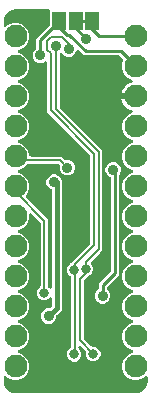
<source format=gbr>
G04 EAGLE Gerber RS-274X export*
G75*
%MOMM*%
%FSLAX34Y34*%
%LPD*%
%INBottom Copper*%
%IPPOS*%
%AMOC8*
5,1,8,0,0,1.08239X$1,22.5*%
G01*
%ADD10C,1.930400*%
%ADD11R,1.168400X1.600200*%
%ADD12C,0.889000*%
%ADD13C,0.254000*%
%ADD14C,0.800100*%
%ADD15C,0.203200*%
%ADD16C,0.406400*%

G36*
X114320Y2543D02*
X114320Y2543D01*
X114424Y2547D01*
X116159Y2718D01*
X116262Y2741D01*
X116368Y2756D01*
X116448Y2783D01*
X116469Y2788D01*
X116483Y2795D01*
X116520Y2808D01*
X119725Y4136D01*
X119733Y4140D01*
X119742Y4143D01*
X119872Y4219D01*
X120001Y4293D01*
X120008Y4300D01*
X120016Y4304D01*
X120137Y4411D01*
X122589Y6863D01*
X122595Y6871D01*
X122602Y6877D01*
X122692Y6996D01*
X122784Y7115D01*
X122788Y7123D01*
X122793Y7131D01*
X122864Y7275D01*
X124192Y10480D01*
X124220Y10582D01*
X124256Y10682D01*
X124270Y10766D01*
X124276Y10787D01*
X124276Y10803D01*
X124282Y10841D01*
X124453Y12576D01*
X124453Y12595D01*
X124453Y12596D01*
X124456Y12614D01*
X124455Y12633D01*
X124459Y12700D01*
X124459Y15970D01*
X124442Y16108D01*
X124429Y16247D01*
X124422Y16266D01*
X124419Y16286D01*
X124368Y16415D01*
X124321Y16546D01*
X124310Y16563D01*
X124302Y16582D01*
X124221Y16694D01*
X124143Y16809D01*
X124127Y16822D01*
X124116Y16839D01*
X124008Y16928D01*
X123904Y17020D01*
X123886Y17029D01*
X123871Y17042D01*
X123745Y17101D01*
X123621Y17164D01*
X123601Y17169D01*
X123583Y17177D01*
X123446Y17203D01*
X123311Y17234D01*
X123290Y17233D01*
X123271Y17237D01*
X123132Y17228D01*
X122993Y17224D01*
X122973Y17219D01*
X122953Y17217D01*
X122821Y17175D01*
X122687Y17136D01*
X122670Y17125D01*
X122651Y17119D01*
X122533Y17045D01*
X122413Y16974D01*
X122392Y16956D01*
X122382Y16949D01*
X122368Y16934D01*
X122293Y16868D01*
X120919Y15494D01*
X116624Y13715D01*
X111976Y13715D01*
X107681Y15494D01*
X104394Y18781D01*
X102615Y23076D01*
X102615Y27724D01*
X104394Y32019D01*
X107681Y35306D01*
X111596Y36927D01*
X111651Y36959D01*
X111672Y36967D01*
X111696Y36985D01*
X111717Y36996D01*
X111840Y37061D01*
X111855Y37075D01*
X111872Y37085D01*
X111972Y37182D01*
X112075Y37275D01*
X112086Y37292D01*
X112101Y37306D01*
X112173Y37425D01*
X112250Y37541D01*
X112256Y37560D01*
X112267Y37577D01*
X112308Y37710D01*
X112353Y37842D01*
X112354Y37862D01*
X112360Y37881D01*
X112367Y38020D01*
X112378Y38159D01*
X112375Y38179D01*
X112376Y38199D01*
X112347Y38335D01*
X112324Y38472D01*
X112315Y38491D01*
X112311Y38510D01*
X112250Y38636D01*
X112193Y38762D01*
X112180Y38778D01*
X112172Y38796D01*
X112081Y38902D01*
X111994Y39010D01*
X111978Y39023D01*
X111965Y39038D01*
X111851Y39118D01*
X111740Y39202D01*
X111715Y39214D01*
X111705Y39221D01*
X111686Y39228D01*
X111596Y39273D01*
X107681Y40894D01*
X104394Y44181D01*
X102615Y48476D01*
X102615Y53124D01*
X104394Y57419D01*
X107681Y60706D01*
X111596Y62327D01*
X111717Y62396D01*
X111840Y62461D01*
X111855Y62475D01*
X111872Y62485D01*
X111972Y62582D01*
X112075Y62675D01*
X112086Y62692D01*
X112101Y62706D01*
X112173Y62825D01*
X112250Y62941D01*
X112256Y62960D01*
X112267Y62977D01*
X112308Y63110D01*
X112353Y63242D01*
X112354Y63262D01*
X112360Y63281D01*
X112367Y63420D01*
X112378Y63559D01*
X112375Y63579D01*
X112376Y63599D01*
X112347Y63735D01*
X112324Y63872D01*
X112315Y63891D01*
X112311Y63910D01*
X112250Y64036D01*
X112193Y64162D01*
X112180Y64178D01*
X112172Y64196D01*
X112081Y64302D01*
X111994Y64410D01*
X111978Y64423D01*
X111965Y64438D01*
X111851Y64518D01*
X111740Y64602D01*
X111715Y64614D01*
X111705Y64621D01*
X111686Y64628D01*
X111596Y64673D01*
X107681Y66294D01*
X104394Y69581D01*
X102615Y73876D01*
X102615Y78524D01*
X104394Y82819D01*
X107681Y86106D01*
X111596Y87727D01*
X111717Y87796D01*
X111840Y87861D01*
X111855Y87875D01*
X111872Y87885D01*
X111972Y87982D01*
X112075Y88075D01*
X112086Y88092D01*
X112101Y88106D01*
X112173Y88224D01*
X112250Y88341D01*
X112256Y88360D01*
X112267Y88377D01*
X112308Y88510D01*
X112353Y88642D01*
X112354Y88662D01*
X112360Y88681D01*
X112367Y88820D01*
X112378Y88959D01*
X112375Y88979D01*
X112376Y88999D01*
X112347Y89135D01*
X112324Y89272D01*
X112315Y89291D01*
X112311Y89310D01*
X112250Y89436D01*
X112193Y89562D01*
X112180Y89578D01*
X112172Y89596D01*
X112081Y89702D01*
X111994Y89810D01*
X111978Y89823D01*
X111965Y89838D01*
X111851Y89918D01*
X111740Y90002D01*
X111715Y90014D01*
X111705Y90021D01*
X111686Y90028D01*
X111596Y90073D01*
X107681Y91694D01*
X104394Y94981D01*
X102615Y99276D01*
X102615Y103924D01*
X104394Y108219D01*
X107681Y111506D01*
X111596Y113127D01*
X111717Y113196D01*
X111840Y113261D01*
X111855Y113275D01*
X111872Y113285D01*
X111972Y113382D01*
X112075Y113475D01*
X112086Y113492D01*
X112101Y113506D01*
X112173Y113625D01*
X112250Y113741D01*
X112256Y113760D01*
X112267Y113777D01*
X112308Y113910D01*
X112353Y114042D01*
X112354Y114062D01*
X112360Y114081D01*
X112367Y114220D01*
X112378Y114359D01*
X112375Y114379D01*
X112376Y114399D01*
X112347Y114535D01*
X112324Y114672D01*
X112315Y114691D01*
X112311Y114710D01*
X112250Y114836D01*
X112193Y114962D01*
X112180Y114978D01*
X112172Y114996D01*
X112081Y115102D01*
X111994Y115210D01*
X111978Y115223D01*
X111965Y115238D01*
X111851Y115318D01*
X111740Y115402D01*
X111715Y115414D01*
X111705Y115421D01*
X111686Y115428D01*
X111596Y115473D01*
X107681Y117094D01*
X104394Y120381D01*
X102615Y124676D01*
X102615Y129324D01*
X104394Y133619D01*
X107681Y136906D01*
X111596Y138527D01*
X111717Y138596D01*
X111840Y138661D01*
X111855Y138675D01*
X111872Y138685D01*
X111972Y138782D01*
X112075Y138875D01*
X112086Y138892D01*
X112101Y138906D01*
X112173Y139025D01*
X112250Y139141D01*
X112256Y139160D01*
X112267Y139177D01*
X112308Y139310D01*
X112353Y139442D01*
X112354Y139462D01*
X112360Y139481D01*
X112367Y139620D01*
X112378Y139759D01*
X112375Y139779D01*
X112376Y139799D01*
X112347Y139935D01*
X112324Y140072D01*
X112315Y140091D01*
X112311Y140110D01*
X112250Y140236D01*
X112193Y140362D01*
X112180Y140378D01*
X112172Y140396D01*
X112081Y140502D01*
X111994Y140610D01*
X111978Y140623D01*
X111965Y140638D01*
X111851Y140718D01*
X111740Y140802D01*
X111715Y140814D01*
X111705Y140821D01*
X111686Y140828D01*
X111596Y140873D01*
X107681Y142494D01*
X104394Y145781D01*
X102615Y150076D01*
X102615Y154724D01*
X104394Y159019D01*
X107681Y162306D01*
X111596Y163927D01*
X111717Y163996D01*
X111840Y164061D01*
X111855Y164075D01*
X111872Y164085D01*
X111972Y164182D01*
X112075Y164275D01*
X112086Y164292D01*
X112101Y164306D01*
X112173Y164425D01*
X112250Y164541D01*
X112256Y164560D01*
X112267Y164577D01*
X112308Y164710D01*
X112353Y164842D01*
X112354Y164862D01*
X112360Y164881D01*
X112367Y165020D01*
X112378Y165159D01*
X112375Y165179D01*
X112376Y165199D01*
X112347Y165335D01*
X112324Y165472D01*
X112315Y165491D01*
X112311Y165510D01*
X112250Y165636D01*
X112193Y165762D01*
X112180Y165778D01*
X112172Y165796D01*
X112081Y165902D01*
X111994Y166010D01*
X111978Y166023D01*
X111965Y166038D01*
X111851Y166118D01*
X111740Y166202D01*
X111715Y166214D01*
X111705Y166221D01*
X111686Y166228D01*
X111596Y166273D01*
X107681Y167894D01*
X104394Y171181D01*
X102615Y175476D01*
X102615Y180124D01*
X104394Y184419D01*
X107681Y187706D01*
X111596Y189327D01*
X111717Y189396D01*
X111840Y189461D01*
X111855Y189475D01*
X111872Y189485D01*
X111972Y189582D01*
X112075Y189675D01*
X112086Y189692D01*
X112101Y189706D01*
X112173Y189825D01*
X112250Y189941D01*
X112256Y189960D01*
X112267Y189977D01*
X112308Y190110D01*
X112353Y190242D01*
X112354Y190262D01*
X112360Y190281D01*
X112367Y190420D01*
X112378Y190559D01*
X112375Y190579D01*
X112376Y190599D01*
X112347Y190735D01*
X112324Y190872D01*
X112315Y190891D01*
X112311Y190910D01*
X112250Y191036D01*
X112193Y191162D01*
X112180Y191178D01*
X112172Y191196D01*
X112081Y191302D01*
X111994Y191410D01*
X111978Y191423D01*
X111965Y191438D01*
X111851Y191518D01*
X111740Y191602D01*
X111715Y191614D01*
X111705Y191621D01*
X111686Y191628D01*
X111596Y191673D01*
X107681Y193294D01*
X104394Y196581D01*
X102615Y200876D01*
X102615Y205524D01*
X104394Y209819D01*
X107681Y213106D01*
X111596Y214727D01*
X111717Y214796D01*
X111840Y214861D01*
X111855Y214875D01*
X111872Y214885D01*
X111972Y214982D01*
X112075Y215075D01*
X112086Y215092D01*
X112101Y215106D01*
X112173Y215225D01*
X112250Y215341D01*
X112256Y215360D01*
X112267Y215377D01*
X112308Y215510D01*
X112353Y215642D01*
X112354Y215662D01*
X112360Y215681D01*
X112367Y215820D01*
X112378Y215959D01*
X112375Y215979D01*
X112376Y215999D01*
X112347Y216135D01*
X112324Y216272D01*
X112315Y216291D01*
X112311Y216310D01*
X112250Y216436D01*
X112193Y216562D01*
X112180Y216578D01*
X112172Y216596D01*
X112081Y216702D01*
X111994Y216810D01*
X111978Y216823D01*
X111965Y216838D01*
X111851Y216918D01*
X111740Y217002D01*
X111715Y217014D01*
X111705Y217021D01*
X111686Y217028D01*
X111596Y217073D01*
X107681Y218694D01*
X104394Y221981D01*
X102615Y226276D01*
X102615Y230924D01*
X104394Y235219D01*
X107681Y238506D01*
X111030Y239893D01*
X111056Y239908D01*
X111084Y239917D01*
X111194Y239986D01*
X111306Y240050D01*
X111328Y240071D01*
X111353Y240087D01*
X111442Y240182D01*
X111535Y240272D01*
X111550Y240297D01*
X111571Y240319D01*
X111633Y240433D01*
X111701Y240543D01*
X111710Y240571D01*
X111724Y240598D01*
X111756Y240723D01*
X111794Y240847D01*
X111796Y240877D01*
X111803Y240906D01*
X111803Y241035D01*
X111810Y241164D01*
X111804Y241194D01*
X111804Y241224D01*
X111771Y241349D01*
X111745Y241476D01*
X111732Y241503D01*
X111725Y241532D01*
X111663Y241645D01*
X111606Y241762D01*
X111586Y241784D01*
X111572Y241811D01*
X111483Y241905D01*
X111399Y242004D01*
X111375Y242021D01*
X111354Y242043D01*
X111245Y242112D01*
X111139Y242187D01*
X111111Y242197D01*
X111086Y242213D01*
X110936Y242273D01*
X109620Y242701D01*
X107910Y243572D01*
X106357Y244700D01*
X105000Y246057D01*
X103872Y247610D01*
X103001Y249320D01*
X102407Y251145D01*
X102351Y251501D01*
X113070Y251501D01*
X113188Y251516D01*
X113307Y251523D01*
X113345Y251535D01*
X113385Y251541D01*
X113496Y251584D01*
X113609Y251621D01*
X113643Y251643D01*
X113681Y251658D01*
X113777Y251727D01*
X113878Y251791D01*
X113906Y251821D01*
X113938Y251844D01*
X114014Y251936D01*
X114096Y252023D01*
X114115Y252058D01*
X114141Y252089D01*
X114192Y252197D01*
X114249Y252301D01*
X114259Y252341D01*
X114277Y252377D01*
X114299Y252494D01*
X114329Y252609D01*
X114333Y252669D01*
X114336Y252689D01*
X114335Y252710D01*
X114339Y252770D01*
X114339Y255230D01*
X114324Y255348D01*
X114317Y255467D01*
X114304Y255505D01*
X114299Y255546D01*
X114255Y255656D01*
X114219Y255769D01*
X114197Y255804D01*
X114182Y255841D01*
X114112Y255937D01*
X114049Y256038D01*
X114019Y256066D01*
X113995Y256099D01*
X113904Y256175D01*
X113817Y256256D01*
X113782Y256276D01*
X113750Y256301D01*
X113643Y256352D01*
X113538Y256410D01*
X113499Y256420D01*
X113463Y256437D01*
X113346Y256459D01*
X113230Y256489D01*
X113170Y256493D01*
X113150Y256497D01*
X113130Y256495D01*
X113070Y256499D01*
X102351Y256499D01*
X102407Y256855D01*
X103001Y258680D01*
X103872Y260390D01*
X105000Y261943D01*
X106357Y263300D01*
X107910Y264428D01*
X109620Y265299D01*
X110936Y265727D01*
X110963Y265740D01*
X110992Y265747D01*
X111107Y265808D01*
X111224Y265863D01*
X111247Y265882D01*
X111274Y265896D01*
X111370Y265983D01*
X111469Y266065D01*
X111487Y266090D01*
X111509Y266110D01*
X111580Y266218D01*
X111656Y266323D01*
X111667Y266350D01*
X111684Y266375D01*
X111726Y266498D01*
X111773Y266618D01*
X111777Y266648D01*
X111787Y266676D01*
X111797Y266805D01*
X111813Y266934D01*
X111810Y266963D01*
X111812Y266993D01*
X111790Y267121D01*
X111774Y267249D01*
X111763Y267277D01*
X111758Y267306D01*
X111705Y267425D01*
X111657Y267545D01*
X111639Y267569D01*
X111627Y267596D01*
X111546Y267698D01*
X111470Y267802D01*
X111447Y267821D01*
X111429Y267845D01*
X111325Y267923D01*
X111225Y268005D01*
X111198Y268018D01*
X111174Y268036D01*
X111030Y268107D01*
X107681Y269494D01*
X104394Y272781D01*
X102615Y277076D01*
X102615Y281724D01*
X103664Y284257D01*
X103672Y284285D01*
X103686Y284312D01*
X103714Y284438D01*
X103748Y284564D01*
X103749Y284593D01*
X103755Y284622D01*
X103751Y284752D01*
X103753Y284882D01*
X103746Y284910D01*
X103746Y284940D01*
X103709Y285064D01*
X103679Y285191D01*
X103665Y285217D01*
X103657Y285245D01*
X103591Y285357D01*
X103530Y285472D01*
X103511Y285494D01*
X103496Y285519D01*
X103389Y285640D01*
X100604Y288426D01*
X100525Y288486D01*
X100453Y288554D01*
X100400Y288583D01*
X100352Y288620D01*
X100261Y288660D01*
X100175Y288708D01*
X100116Y288723D01*
X100061Y288747D01*
X99963Y288762D01*
X99867Y288787D01*
X99767Y288793D01*
X99746Y288797D01*
X99734Y288795D01*
X99706Y288797D01*
X71022Y288797D01*
X68716Y291104D01*
X66528Y293292D01*
X66488Y293322D01*
X66455Y293359D01*
X66363Y293419D01*
X66276Y293487D01*
X66231Y293506D01*
X66189Y293534D01*
X66085Y293569D01*
X65984Y293613D01*
X65935Y293621D01*
X65888Y293637D01*
X65779Y293646D01*
X65670Y293663D01*
X65621Y293658D01*
X65571Y293662D01*
X65463Y293643D01*
X65354Y293633D01*
X65307Y293616D01*
X65258Y293608D01*
X65158Y293563D01*
X65054Y293525D01*
X65013Y293497D01*
X64968Y293477D01*
X64882Y293409D01*
X64791Y293347D01*
X64758Y293310D01*
X64720Y293279D01*
X64654Y293191D01*
X64581Y293108D01*
X64558Y293064D01*
X64528Y293024D01*
X64457Y292880D01*
X63404Y290336D01*
X61581Y288513D01*
X59201Y287527D01*
X56623Y287527D01*
X54243Y288513D01*
X52368Y290388D01*
X52323Y290466D01*
X52275Y290517D01*
X52234Y290573D01*
X52164Y290630D01*
X52102Y290695D01*
X52042Y290731D01*
X51989Y290776D01*
X51907Y290814D01*
X51831Y290861D01*
X51764Y290882D01*
X51701Y290912D01*
X51613Y290928D01*
X51527Y290955D01*
X51457Y290958D01*
X51388Y290971D01*
X51299Y290966D01*
X51209Y290970D01*
X51141Y290956D01*
X51071Y290952D01*
X50986Y290924D01*
X50898Y290906D01*
X50835Y290875D01*
X50769Y290854D01*
X50693Y290806D01*
X50612Y290766D01*
X50559Y290721D01*
X50500Y290683D01*
X50438Y290618D01*
X50370Y290560D01*
X50330Y290503D01*
X50282Y290452D01*
X50239Y290373D01*
X50187Y290300D01*
X50162Y290235D01*
X50128Y290173D01*
X50106Y290086D01*
X50074Y290003D01*
X50066Y289933D01*
X50049Y289865D01*
X50039Y289705D01*
X50039Y244994D01*
X50051Y244895D01*
X50054Y244796D01*
X50071Y244738D01*
X50079Y244678D01*
X50115Y244586D01*
X50143Y244491D01*
X50173Y244439D01*
X50196Y244382D01*
X50254Y244302D01*
X50304Y244217D01*
X50370Y244142D01*
X50382Y244125D01*
X50392Y244117D01*
X50410Y244096D01*
X86234Y208273D01*
X86234Y123613D01*
X84076Y121456D01*
X76662Y114042D01*
X76589Y113947D01*
X76510Y113858D01*
X76492Y113822D01*
X76467Y113790D01*
X76420Y113681D01*
X76366Y113575D01*
X76357Y113536D01*
X76341Y113498D01*
X76322Y113381D01*
X76296Y113265D01*
X76297Y113224D01*
X76291Y113184D01*
X76302Y113066D01*
X76306Y112947D01*
X76317Y112908D01*
X76321Y112868D01*
X76361Y112756D01*
X76394Y112641D01*
X76414Y112606D01*
X76428Y112568D01*
X76495Y112470D01*
X76556Y112367D01*
X76595Y112322D01*
X76607Y112305D01*
X76622Y112292D01*
X76662Y112247D01*
X77632Y111276D01*
X78551Y109059D01*
X78551Y106659D01*
X77632Y104441D01*
X75935Y102744D01*
X75094Y102395D01*
X75086Y102391D01*
X75077Y102388D01*
X74947Y102312D01*
X74817Y102238D01*
X74811Y102231D01*
X74803Y102227D01*
X74682Y102120D01*
X70730Y98169D01*
X70670Y98091D01*
X70602Y98019D01*
X70573Y97966D01*
X70536Y97918D01*
X70496Y97827D01*
X70448Y97740D01*
X70433Y97681D01*
X70409Y97626D01*
X70394Y97528D01*
X70369Y97432D01*
X70363Y97332D01*
X70359Y97312D01*
X70361Y97299D01*
X70359Y97271D01*
X70359Y49287D01*
X70371Y49188D01*
X70374Y49089D01*
X70391Y49031D01*
X70399Y48971D01*
X70435Y48879D01*
X70463Y48784D01*
X70493Y48732D01*
X70516Y48675D01*
X70574Y48595D01*
X70624Y48510D01*
X70690Y48435D01*
X70702Y48418D01*
X70712Y48410D01*
X70730Y48389D01*
X76520Y42600D01*
X76598Y42539D01*
X76670Y42471D01*
X76723Y42442D01*
X76771Y42405D01*
X76862Y42366D01*
X76948Y42318D01*
X77007Y42303D01*
X77063Y42279D01*
X77161Y42263D01*
X77256Y42238D01*
X77356Y42232D01*
X77377Y42229D01*
X77389Y42230D01*
X77417Y42228D01*
X79813Y42228D01*
X82031Y41310D01*
X83728Y39613D01*
X84646Y37395D01*
X84646Y34995D01*
X83728Y32777D01*
X82031Y31080D01*
X79813Y30162D01*
X77413Y30162D01*
X75195Y31080D01*
X73498Y32777D01*
X72580Y34995D01*
X72580Y37391D01*
X72567Y37489D01*
X72564Y37588D01*
X72548Y37646D01*
X72540Y37706D01*
X72503Y37799D01*
X72476Y37894D01*
X72445Y37946D01*
X72423Y38002D01*
X72365Y38082D01*
X72314Y38168D01*
X72248Y38243D01*
X72236Y38259D01*
X72227Y38267D01*
X72208Y38288D01*
X68080Y42416D01*
X67971Y42501D01*
X67864Y42590D01*
X67845Y42598D01*
X67829Y42611D01*
X67701Y42666D01*
X67576Y42725D01*
X67556Y42729D01*
X67537Y42737D01*
X67399Y42759D01*
X67263Y42785D01*
X67243Y42784D01*
X67223Y42787D01*
X67084Y42774D01*
X66946Y42765D01*
X66927Y42759D01*
X66907Y42757D01*
X66775Y42710D01*
X66644Y42667D01*
X66626Y42657D01*
X66607Y42650D01*
X66492Y42572D01*
X66375Y42497D01*
X66361Y42482D01*
X66344Y42471D01*
X66252Y42367D01*
X66157Y42266D01*
X66147Y42248D01*
X66134Y42233D01*
X66070Y42109D01*
X66003Y41987D01*
X65998Y41968D01*
X65989Y41949D01*
X65959Y41814D01*
X65924Y41679D01*
X65922Y41651D01*
X65919Y41639D01*
X65920Y41619D01*
X65914Y41518D01*
X65914Y40934D01*
X65926Y40836D01*
X65929Y40737D01*
X65946Y40679D01*
X65954Y40619D01*
X65990Y40527D01*
X66018Y40432D01*
X66048Y40379D01*
X66071Y40323D01*
X66129Y40243D01*
X66179Y40158D01*
X66245Y40082D01*
X66257Y40066D01*
X66267Y40058D01*
X66285Y40037D01*
X67345Y38978D01*
X68263Y36760D01*
X68263Y34360D01*
X67345Y32142D01*
X65648Y30445D01*
X63430Y29527D01*
X61030Y29527D01*
X58812Y30445D01*
X57115Y32142D01*
X56197Y34360D01*
X56197Y36760D01*
X57115Y38978D01*
X58812Y40675D01*
X59033Y40766D01*
X59058Y40781D01*
X59086Y40790D01*
X59196Y40859D01*
X59309Y40924D01*
X59330Y40944D01*
X59355Y40960D01*
X59444Y41055D01*
X59537Y41145D01*
X59553Y41170D01*
X59573Y41191D01*
X59636Y41305D01*
X59704Y41416D01*
X59712Y41444D01*
X59727Y41470D01*
X59759Y41596D01*
X59797Y41720D01*
X59799Y41749D01*
X59806Y41778D01*
X59816Y41939D01*
X59816Y100936D01*
X59813Y100966D01*
X59815Y100995D01*
X59793Y101123D01*
X59776Y101252D01*
X59766Y101279D01*
X59761Y101308D01*
X59707Y101427D01*
X59659Y101548D01*
X59642Y101571D01*
X59630Y101598D01*
X59549Y101700D01*
X59473Y101805D01*
X59450Y101824D01*
X59431Y101847D01*
X59328Y101925D01*
X59228Y102008D01*
X59201Y102020D01*
X59177Y102038D01*
X59033Y102109D01*
X58812Y102200D01*
X57115Y103897D01*
X56197Y106115D01*
X56197Y108515D01*
X57115Y110733D01*
X58812Y112430D01*
X59097Y112547D01*
X59122Y112562D01*
X59150Y112571D01*
X59260Y112641D01*
X59373Y112705D01*
X59394Y112726D01*
X59419Y112741D01*
X59508Y112836D01*
X59601Y112926D01*
X59617Y112951D01*
X59637Y112973D01*
X59700Y113087D01*
X59768Y113197D01*
X59768Y113199D01*
X75701Y129131D01*
X75761Y129210D01*
X75829Y129282D01*
X75858Y129335D01*
X75895Y129383D01*
X75935Y129474D01*
X75983Y129560D01*
X75998Y129619D01*
X76022Y129675D01*
X76037Y129772D01*
X76062Y129868D01*
X76068Y129968D01*
X76072Y129989D01*
X76070Y130001D01*
X76072Y130029D01*
X76072Y203538D01*
X76060Y203636D01*
X76057Y203735D01*
X76040Y203793D01*
X76032Y203854D01*
X75996Y203946D01*
X75968Y204041D01*
X75938Y204093D01*
X75915Y204149D01*
X75857Y204229D01*
X75807Y204315D01*
X75741Y204390D01*
X75729Y204407D01*
X75719Y204414D01*
X75701Y204436D01*
X39242Y240894D01*
X39242Y282287D01*
X39225Y282425D01*
X39212Y282564D01*
X39205Y282583D01*
X39202Y282603D01*
X39151Y282732D01*
X39104Y282863D01*
X39093Y282880D01*
X39085Y282898D01*
X39004Y283011D01*
X38925Y283126D01*
X38910Y283139D01*
X38899Y283156D01*
X38791Y283245D01*
X38687Y283337D01*
X38669Y283346D01*
X38654Y283359D01*
X38528Y283418D01*
X38404Y283481D01*
X38384Y283486D01*
X38366Y283494D01*
X38230Y283520D01*
X38093Y283551D01*
X38073Y283550D01*
X38054Y283554D01*
X37915Y283545D01*
X37775Y283541D01*
X37756Y283535D01*
X37736Y283534D01*
X37604Y283491D01*
X37470Y283452D01*
X37453Y283442D01*
X37434Y283436D01*
X37316Y283362D01*
X37308Y283357D01*
X34824Y282328D01*
X32247Y282328D01*
X29866Y283314D01*
X28044Y285136D01*
X27058Y287517D01*
X27058Y290094D01*
X28044Y292475D01*
X29861Y294292D01*
X29922Y294370D01*
X29990Y294443D01*
X30019Y294496D01*
X30056Y294543D01*
X30096Y294634D01*
X30143Y294721D01*
X30158Y294780D01*
X30183Y294835D01*
X30198Y294933D01*
X30223Y295029D01*
X30229Y295129D01*
X30232Y295149D01*
X30231Y295162D01*
X30233Y295190D01*
X30233Y302874D01*
X41284Y313924D01*
X41344Y314003D01*
X41412Y314075D01*
X41441Y314128D01*
X41478Y314176D01*
X41518Y314267D01*
X41566Y314353D01*
X41581Y314412D01*
X41605Y314467D01*
X41620Y314565D01*
X41645Y314661D01*
X41651Y314761D01*
X41655Y314782D01*
X41653Y314794D01*
X41655Y314822D01*
X41655Y326390D01*
X41640Y326508D01*
X41633Y326627D01*
X41620Y326665D01*
X41615Y326706D01*
X41572Y326816D01*
X41535Y326929D01*
X41513Y326964D01*
X41498Y327001D01*
X41429Y327097D01*
X41365Y327198D01*
X41335Y327226D01*
X41312Y327259D01*
X41220Y327335D01*
X41133Y327416D01*
X41098Y327436D01*
X41067Y327461D01*
X40959Y327512D01*
X40855Y327570D01*
X40815Y327580D01*
X40779Y327597D01*
X40662Y327619D01*
X40547Y327649D01*
X40487Y327653D01*
X40467Y327657D01*
X40446Y327655D01*
X40386Y327659D01*
X12700Y327659D01*
X12680Y327657D01*
X12576Y327653D01*
X10841Y327482D01*
X10738Y327459D01*
X10632Y327444D01*
X10552Y327417D01*
X10531Y327412D01*
X10517Y327405D01*
X10480Y327392D01*
X7275Y326064D01*
X7267Y326060D01*
X7258Y326057D01*
X7128Y325981D01*
X6999Y325907D01*
X6992Y325900D01*
X6984Y325896D01*
X6863Y325789D01*
X4411Y323337D01*
X4405Y323329D01*
X4398Y323323D01*
X4308Y323204D01*
X4216Y323085D01*
X4212Y323077D01*
X4207Y323069D01*
X4136Y322925D01*
X2808Y319720D01*
X2780Y319618D01*
X2744Y319518D01*
X2730Y319434D01*
X2724Y319413D01*
X2724Y319397D01*
X2718Y319359D01*
X2547Y317624D01*
X2547Y317605D01*
X2541Y317500D01*
X2541Y314230D01*
X2558Y314092D01*
X2571Y313953D01*
X2578Y313934D01*
X2581Y313914D01*
X2632Y313785D01*
X2679Y313654D01*
X2690Y313637D01*
X2698Y313618D01*
X2779Y313506D01*
X2857Y313391D01*
X2873Y313378D01*
X2884Y313361D01*
X2992Y313272D01*
X3096Y313180D01*
X3114Y313171D01*
X3129Y313158D01*
X3255Y313099D01*
X3379Y313036D01*
X3399Y313031D01*
X3417Y313023D01*
X3554Y312997D01*
X3689Y312966D01*
X3710Y312967D01*
X3729Y312963D01*
X3868Y312972D01*
X4007Y312976D01*
X4027Y312981D01*
X4047Y312983D01*
X4179Y313025D01*
X4313Y313064D01*
X4330Y313075D01*
X4349Y313081D01*
X4467Y313155D01*
X4587Y313226D01*
X4608Y313244D01*
X4618Y313251D01*
X4632Y313266D01*
X4707Y313332D01*
X6081Y314706D01*
X10376Y316485D01*
X15024Y316485D01*
X19319Y314706D01*
X22606Y311419D01*
X24385Y307124D01*
X24385Y302476D01*
X22606Y298181D01*
X19319Y294894D01*
X15404Y293273D01*
X15284Y293204D01*
X15161Y293139D01*
X15146Y293125D01*
X15128Y293115D01*
X15028Y293018D01*
X14925Y292925D01*
X14914Y292908D01*
X14900Y292894D01*
X14827Y292776D01*
X14750Y292659D01*
X14744Y292640D01*
X14733Y292623D01*
X14692Y292490D01*
X14647Y292358D01*
X14646Y292338D01*
X14640Y292319D01*
X14633Y292180D01*
X14622Y292041D01*
X14625Y292021D01*
X14625Y292001D01*
X14653Y291865D01*
X14676Y291728D01*
X14685Y291710D01*
X14689Y291690D01*
X14750Y291564D01*
X14807Y291438D01*
X14820Y291422D01*
X14829Y291404D01*
X14919Y291298D01*
X15006Y291190D01*
X15022Y291177D01*
X15035Y291162D01*
X15149Y291082D01*
X15260Y290998D01*
X15285Y290986D01*
X15295Y290979D01*
X15314Y290972D01*
X15404Y290927D01*
X19319Y289306D01*
X22606Y286019D01*
X24385Y281724D01*
X24385Y277076D01*
X22606Y272781D01*
X19319Y269494D01*
X15404Y267873D01*
X15284Y267804D01*
X15161Y267739D01*
X15146Y267725D01*
X15128Y267715D01*
X15028Y267618D01*
X14925Y267525D01*
X14914Y267508D01*
X14900Y267494D01*
X14827Y267376D01*
X14750Y267259D01*
X14744Y267240D01*
X14733Y267223D01*
X14692Y267090D01*
X14647Y266958D01*
X14646Y266938D01*
X14640Y266919D01*
X14633Y266780D01*
X14622Y266641D01*
X14625Y266621D01*
X14625Y266601D01*
X14653Y266465D01*
X14676Y266328D01*
X14685Y266310D01*
X14689Y266290D01*
X14750Y266164D01*
X14807Y266038D01*
X14820Y266022D01*
X14829Y266004D01*
X14919Y265898D01*
X15006Y265790D01*
X15022Y265777D01*
X15035Y265762D01*
X15149Y265682D01*
X15260Y265598D01*
X15285Y265586D01*
X15295Y265579D01*
X15314Y265572D01*
X15404Y265527D01*
X19319Y263906D01*
X22606Y260619D01*
X24385Y256324D01*
X24385Y251676D01*
X22606Y247381D01*
X19319Y244094D01*
X15404Y242473D01*
X15284Y242404D01*
X15161Y242339D01*
X15146Y242325D01*
X15128Y242315D01*
X15028Y242218D01*
X14925Y242125D01*
X14914Y242108D01*
X14900Y242094D01*
X14827Y241976D01*
X14750Y241859D01*
X14744Y241840D01*
X14733Y241823D01*
X14692Y241690D01*
X14647Y241558D01*
X14646Y241538D01*
X14640Y241519D01*
X14633Y241380D01*
X14622Y241241D01*
X14625Y241221D01*
X14625Y241201D01*
X14653Y241065D01*
X14676Y240928D01*
X14685Y240910D01*
X14689Y240890D01*
X14750Y240764D01*
X14807Y240638D01*
X14820Y240622D01*
X14829Y240604D01*
X14919Y240498D01*
X15006Y240390D01*
X15022Y240377D01*
X15035Y240362D01*
X15149Y240282D01*
X15260Y240198D01*
X15285Y240186D01*
X15295Y240179D01*
X15314Y240172D01*
X15404Y240127D01*
X19319Y238506D01*
X22606Y235219D01*
X24385Y230924D01*
X24385Y226276D01*
X22606Y221981D01*
X19319Y218694D01*
X15404Y217073D01*
X15284Y217004D01*
X15161Y216939D01*
X15146Y216925D01*
X15128Y216915D01*
X15028Y216818D01*
X14925Y216725D01*
X14914Y216708D01*
X14900Y216694D01*
X14827Y216576D01*
X14750Y216459D01*
X14744Y216440D01*
X14733Y216423D01*
X14692Y216290D01*
X14647Y216158D01*
X14646Y216138D01*
X14640Y216119D01*
X14633Y215980D01*
X14622Y215841D01*
X14625Y215821D01*
X14625Y215801D01*
X14653Y215665D01*
X14676Y215528D01*
X14685Y215510D01*
X14689Y215490D01*
X14750Y215364D01*
X14807Y215238D01*
X14820Y215222D01*
X14829Y215204D01*
X14919Y215098D01*
X15006Y214990D01*
X15022Y214977D01*
X15035Y214962D01*
X15149Y214882D01*
X15260Y214798D01*
X15285Y214786D01*
X15295Y214779D01*
X15314Y214772D01*
X15404Y214727D01*
X19319Y213106D01*
X22606Y209819D01*
X24385Y205524D01*
X24385Y204343D01*
X24400Y204225D01*
X24407Y204106D01*
X24420Y204068D01*
X24425Y204027D01*
X24468Y203917D01*
X24505Y203804D01*
X24527Y203769D01*
X24542Y203732D01*
X24611Y203636D01*
X24675Y203535D01*
X24705Y203507D01*
X24728Y203474D01*
X24820Y203398D01*
X24907Y203317D01*
X24942Y203297D01*
X24973Y203272D01*
X25081Y203221D01*
X25185Y203163D01*
X25225Y203153D01*
X25261Y203136D01*
X25378Y203114D01*
X25493Y203084D01*
X25553Y203080D01*
X25573Y203076D01*
X25594Y203078D01*
X25654Y203074D01*
X51428Y203074D01*
X53585Y200916D01*
X54006Y200495D01*
X54030Y200477D01*
X54049Y200454D01*
X54155Y200380D01*
X54257Y200300D01*
X54285Y200289D01*
X54309Y200271D01*
X54430Y200226D01*
X54549Y200174D01*
X54579Y200169D01*
X54607Y200159D01*
X54735Y200145D01*
X54863Y200124D01*
X54893Y200127D01*
X54923Y200124D01*
X55051Y200142D01*
X55166Y200153D01*
X57804Y200153D01*
X60184Y199167D01*
X62007Y197344D01*
X62993Y194964D01*
X62993Y192386D01*
X62007Y190006D01*
X60184Y188183D01*
X57804Y187197D01*
X55226Y187197D01*
X52846Y188183D01*
X51023Y190006D01*
X50037Y192386D01*
X50037Y195047D01*
X50054Y195107D01*
X50054Y195137D01*
X50061Y195166D01*
X50057Y195295D01*
X50059Y195425D01*
X50052Y195454D01*
X50051Y195484D01*
X50015Y195608D01*
X49985Y195734D01*
X49971Y195760D01*
X49963Y195789D01*
X49897Y195901D01*
X49836Y196015D01*
X49816Y196037D01*
X49801Y196063D01*
X49695Y196184D01*
X49274Y196605D01*
X49196Y196665D01*
X49124Y196733D01*
X49070Y196762D01*
X49023Y196799D01*
X48932Y196839D01*
X48845Y196887D01*
X48786Y196902D01*
X48731Y196926D01*
X48633Y196941D01*
X48537Y196966D01*
X48437Y196972D01*
X48417Y196976D01*
X48404Y196974D01*
X48376Y196976D01*
X23527Y196976D01*
X23429Y196964D01*
X23330Y196961D01*
X23271Y196944D01*
X23211Y196936D01*
X23119Y196900D01*
X23024Y196872D01*
X22972Y196842D01*
X22916Y196819D01*
X22835Y196761D01*
X22750Y196711D01*
X22675Y196645D01*
X22658Y196633D01*
X22650Y196623D01*
X22629Y196605D01*
X19319Y193294D01*
X15404Y191673D01*
X15283Y191604D01*
X15160Y191539D01*
X15145Y191525D01*
X15128Y191515D01*
X15028Y191418D01*
X14925Y191325D01*
X14914Y191308D01*
X14899Y191294D01*
X14827Y191175D01*
X14750Y191059D01*
X14744Y191040D01*
X14733Y191023D01*
X14692Y190890D01*
X14647Y190758D01*
X14646Y190738D01*
X14640Y190719D01*
X14633Y190580D01*
X14622Y190441D01*
X14625Y190421D01*
X14624Y190401D01*
X14653Y190265D01*
X14676Y190128D01*
X14685Y190109D01*
X14689Y190090D01*
X14750Y189964D01*
X14807Y189838D01*
X14820Y189822D01*
X14828Y189804D01*
X14919Y189698D01*
X15006Y189590D01*
X15022Y189577D01*
X15035Y189562D01*
X15149Y189482D01*
X15260Y189398D01*
X15285Y189386D01*
X15295Y189379D01*
X15314Y189372D01*
X15404Y189327D01*
X19319Y187706D01*
X22606Y184419D01*
X24385Y180124D01*
X24385Y175476D01*
X22606Y171181D01*
X21476Y170051D01*
X21403Y169957D01*
X21324Y169868D01*
X21305Y169832D01*
X21281Y169800D01*
X21233Y169690D01*
X21179Y169584D01*
X21170Y169545D01*
X21154Y169508D01*
X21136Y169390D01*
X21110Y169274D01*
X21111Y169234D01*
X21104Y169194D01*
X21116Y169075D01*
X21119Y168956D01*
X21131Y168917D01*
X21134Y168877D01*
X21175Y168765D01*
X21208Y168651D01*
X21228Y168616D01*
X21242Y168578D01*
X21309Y168479D01*
X21369Y168377D01*
X21409Y168331D01*
X21420Y168315D01*
X21436Y168301D01*
X21476Y168256D01*
X39879Y149853D01*
X39879Y93639D01*
X39891Y93541D01*
X39894Y93442D01*
X39911Y93384D01*
X39919Y93324D01*
X39955Y93232D01*
X39983Y93137D01*
X40013Y93084D01*
X40036Y93028D01*
X40094Y92948D01*
X40144Y92863D01*
X40210Y92787D01*
X40222Y92771D01*
X40232Y92763D01*
X40250Y92742D01*
X41394Y91599D01*
X41503Y91514D01*
X41610Y91425D01*
X41629Y91416D01*
X41645Y91404D01*
X41772Y91349D01*
X41898Y91289D01*
X41918Y91286D01*
X41937Y91277D01*
X42075Y91256D01*
X42211Y91230D01*
X42231Y91231D01*
X42251Y91228D01*
X42390Y91241D01*
X42528Y91249D01*
X42547Y91256D01*
X42567Y91257D01*
X42699Y91305D01*
X42830Y91347D01*
X42848Y91358D01*
X42867Y91365D01*
X42981Y91443D01*
X43099Y91517D01*
X43113Y91532D01*
X43130Y91544D01*
X43222Y91648D01*
X43317Y91749D01*
X43327Y91767D01*
X43340Y91782D01*
X43403Y91906D01*
X43471Y92028D01*
X43476Y92047D01*
X43485Y92065D01*
X43515Y92201D01*
X43550Y92336D01*
X43552Y92364D01*
X43555Y92376D01*
X43554Y92396D01*
X43560Y92496D01*
X43560Y174346D01*
X43557Y174375D01*
X43559Y174405D01*
X43537Y174532D01*
X43520Y174661D01*
X43510Y174689D01*
X43505Y174718D01*
X43451Y174837D01*
X43403Y174957D01*
X43386Y174981D01*
X43374Y175008D01*
X43293Y175110D01*
X43217Y175214D01*
X43194Y175233D01*
X43175Y175256D01*
X43072Y175334D01*
X42972Y175417D01*
X42945Y175430D01*
X42921Y175448D01*
X42777Y175518D01*
X41635Y175991D01*
X39813Y177814D01*
X38827Y180194D01*
X38827Y182772D01*
X39813Y185152D01*
X41635Y186975D01*
X44016Y187961D01*
X46593Y187961D01*
X48974Y186975D01*
X50796Y185152D01*
X51471Y183522D01*
X51476Y183514D01*
X51478Y183505D01*
X51554Y183376D01*
X51629Y183246D01*
X51635Y183239D01*
X51640Y183231D01*
X51699Y183164D01*
X51711Y183079D01*
X51730Y182931D01*
X51733Y182923D01*
X51734Y182913D01*
X51782Y182774D01*
X51782Y180193D01*
X51779Y180188D01*
X51742Y180044D01*
X51702Y179898D01*
X51702Y179889D01*
X51700Y179880D01*
X51690Y179719D01*
X51690Y73246D01*
X47489Y69046D01*
X47429Y68968D01*
X47361Y68896D01*
X47332Y68843D01*
X47295Y68795D01*
X47255Y68704D01*
X47207Y68617D01*
X47192Y68559D01*
X47168Y68503D01*
X47153Y68405D01*
X47128Y68309D01*
X47122Y68209D01*
X47118Y68189D01*
X47120Y68177D01*
X47118Y68149D01*
X47118Y66656D01*
X46132Y64276D01*
X44309Y62453D01*
X41929Y61467D01*
X39351Y61467D01*
X36971Y62453D01*
X35148Y64276D01*
X34162Y66656D01*
X34162Y69234D01*
X35148Y71614D01*
X36971Y73437D01*
X39351Y74423D01*
X40844Y74423D01*
X40942Y74435D01*
X41041Y74438D01*
X41099Y74455D01*
X41159Y74463D01*
X41251Y74499D01*
X41346Y74527D01*
X41398Y74557D01*
X41455Y74580D01*
X41535Y74638D01*
X41620Y74688D01*
X41696Y74754D01*
X41712Y74766D01*
X41720Y74776D01*
X41741Y74794D01*
X43189Y76242D01*
X43249Y76320D01*
X43317Y76392D01*
X43346Y76445D01*
X43383Y76493D01*
X43423Y76584D01*
X43471Y76671D01*
X43486Y76729D01*
X43510Y76785D01*
X43525Y76883D01*
X43550Y76979D01*
X43556Y77079D01*
X43560Y77099D01*
X43558Y77111D01*
X43560Y77139D01*
X43560Y82764D01*
X43543Y82902D01*
X43530Y83040D01*
X43523Y83059D01*
X43520Y83079D01*
X43469Y83208D01*
X43422Y83339D01*
X43411Y83356D01*
X43403Y83375D01*
X43322Y83487D01*
X43244Y83603D01*
X43229Y83616D01*
X43217Y83632D01*
X43109Y83721D01*
X43005Y83813D01*
X42987Y83822D01*
X42972Y83835D01*
X42846Y83894D01*
X42722Y83958D01*
X42702Y83962D01*
X42684Y83971D01*
X42547Y83997D01*
X42412Y84027D01*
X42391Y84027D01*
X42372Y84030D01*
X42233Y84022D01*
X42094Y84018D01*
X42074Y84012D01*
X42054Y84011D01*
X41922Y83968D01*
X41788Y83929D01*
X41771Y83919D01*
X41752Y83913D01*
X41634Y83838D01*
X41514Y83768D01*
X41493Y83749D01*
X41483Y83743D01*
X41469Y83728D01*
X41394Y83661D01*
X40248Y82515D01*
X38030Y81597D01*
X35630Y81597D01*
X33412Y82515D01*
X31715Y84212D01*
X30797Y86430D01*
X30797Y88830D01*
X31715Y91048D01*
X33410Y92742D01*
X33470Y92820D01*
X33538Y92892D01*
X33567Y92945D01*
X33604Y92993D01*
X33644Y93084D01*
X33692Y93171D01*
X33707Y93229D01*
X33731Y93285D01*
X33746Y93383D01*
X33771Y93479D01*
X33777Y93579D01*
X33781Y93599D01*
X33779Y93611D01*
X33781Y93639D01*
X33781Y146801D01*
X33769Y146900D01*
X33766Y146999D01*
X33749Y147057D01*
X33741Y147117D01*
X33705Y147209D01*
X33677Y147304D01*
X33647Y147356D01*
X33624Y147413D01*
X33566Y147493D01*
X33516Y147578D01*
X33450Y147653D01*
X33438Y147670D01*
X33428Y147678D01*
X33410Y147699D01*
X26551Y154557D01*
X26442Y154642D01*
X26335Y154731D01*
X26316Y154739D01*
X26300Y154752D01*
X26172Y154807D01*
X26047Y154866D01*
X26027Y154870D01*
X26008Y154878D01*
X25870Y154900D01*
X25734Y154926D01*
X25714Y154925D01*
X25694Y154928D01*
X25555Y154915D01*
X25417Y154906D01*
X25398Y154900D01*
X25378Y154898D01*
X25246Y154851D01*
X25115Y154808D01*
X25097Y154798D01*
X25078Y154791D01*
X24963Y154713D01*
X24846Y154638D01*
X24832Y154623D01*
X24815Y154612D01*
X24723Y154508D01*
X24628Y154407D01*
X24618Y154389D01*
X24605Y154374D01*
X24541Y154250D01*
X24474Y154128D01*
X24469Y154109D01*
X24460Y154090D01*
X24430Y153955D01*
X24395Y153820D01*
X24393Y153792D01*
X24390Y153780D01*
X24391Y153760D01*
X24385Y153659D01*
X24385Y150076D01*
X22606Y145781D01*
X19319Y142494D01*
X15404Y140873D01*
X15284Y140804D01*
X15160Y140739D01*
X15146Y140725D01*
X15128Y140715D01*
X15028Y140618D01*
X14925Y140525D01*
X14914Y140508D01*
X14899Y140494D01*
X14827Y140376D01*
X14750Y140259D01*
X14744Y140240D01*
X14733Y140223D01*
X14692Y140090D01*
X14647Y139958D01*
X14646Y139938D01*
X14640Y139919D01*
X14633Y139780D01*
X14622Y139641D01*
X14625Y139621D01*
X14624Y139601D01*
X14653Y139465D01*
X14676Y139328D01*
X14685Y139310D01*
X14689Y139290D01*
X14750Y139164D01*
X14807Y139038D01*
X14820Y139022D01*
X14828Y139004D01*
X14919Y138898D01*
X15006Y138790D01*
X15022Y138777D01*
X15035Y138762D01*
X15149Y138682D01*
X15260Y138598D01*
X15285Y138586D01*
X15295Y138579D01*
X15314Y138572D01*
X15404Y138527D01*
X19319Y136906D01*
X22606Y133619D01*
X24385Y129324D01*
X24385Y124676D01*
X22606Y120381D01*
X19319Y117094D01*
X15404Y115473D01*
X15284Y115404D01*
X15160Y115339D01*
X15146Y115325D01*
X15128Y115315D01*
X15028Y115218D01*
X14925Y115125D01*
X14914Y115108D01*
X14899Y115094D01*
X14827Y114976D01*
X14750Y114859D01*
X14744Y114840D01*
X14733Y114823D01*
X14692Y114690D01*
X14647Y114558D01*
X14646Y114538D01*
X14640Y114519D01*
X14633Y114380D01*
X14622Y114241D01*
X14625Y114221D01*
X14624Y114201D01*
X14653Y114065D01*
X14676Y113928D01*
X14685Y113910D01*
X14689Y113890D01*
X14750Y113764D01*
X14807Y113638D01*
X14820Y113622D01*
X14828Y113604D01*
X14919Y113498D01*
X15006Y113390D01*
X15022Y113377D01*
X15035Y113362D01*
X15149Y113282D01*
X15260Y113198D01*
X15285Y113186D01*
X15295Y113179D01*
X15314Y113172D01*
X15404Y113127D01*
X19319Y111506D01*
X22606Y108219D01*
X24385Y103924D01*
X24385Y99276D01*
X22606Y94981D01*
X19319Y91694D01*
X15404Y90073D01*
X15284Y90004D01*
X15160Y89939D01*
X15146Y89925D01*
X15128Y89915D01*
X15028Y89818D01*
X14925Y89725D01*
X14914Y89708D01*
X14899Y89694D01*
X14827Y89576D01*
X14750Y89459D01*
X14744Y89440D01*
X14733Y89423D01*
X14692Y89290D01*
X14647Y89158D01*
X14646Y89138D01*
X14640Y89119D01*
X14633Y88980D01*
X14622Y88841D01*
X14625Y88821D01*
X14624Y88801D01*
X14653Y88665D01*
X14676Y88528D01*
X14685Y88510D01*
X14689Y88490D01*
X14750Y88364D01*
X14807Y88238D01*
X14820Y88222D01*
X14828Y88204D01*
X14919Y88098D01*
X15006Y87990D01*
X15022Y87977D01*
X15035Y87962D01*
X15149Y87882D01*
X15260Y87798D01*
X15285Y87786D01*
X15295Y87779D01*
X15314Y87772D01*
X15404Y87727D01*
X19319Y86106D01*
X22606Y82819D01*
X24385Y78524D01*
X24385Y73876D01*
X22606Y69581D01*
X19319Y66294D01*
X15404Y64673D01*
X15284Y64604D01*
X15160Y64539D01*
X15146Y64525D01*
X15128Y64515D01*
X15028Y64418D01*
X14925Y64325D01*
X14914Y64308D01*
X14899Y64294D01*
X14827Y64176D01*
X14750Y64059D01*
X14744Y64040D01*
X14733Y64023D01*
X14692Y63890D01*
X14647Y63758D01*
X14646Y63738D01*
X14640Y63719D01*
X14633Y63580D01*
X14622Y63441D01*
X14625Y63421D01*
X14624Y63401D01*
X14653Y63265D01*
X14676Y63128D01*
X14685Y63110D01*
X14689Y63090D01*
X14750Y62964D01*
X14807Y62838D01*
X14820Y62822D01*
X14828Y62804D01*
X14919Y62698D01*
X15006Y62590D01*
X15022Y62577D01*
X15035Y62562D01*
X15149Y62482D01*
X15260Y62398D01*
X15285Y62386D01*
X15295Y62379D01*
X15314Y62372D01*
X15404Y62327D01*
X19319Y60706D01*
X22606Y57419D01*
X24385Y53124D01*
X24385Y48476D01*
X22606Y44181D01*
X19319Y40894D01*
X15404Y39273D01*
X15284Y39204D01*
X15160Y39139D01*
X15146Y39125D01*
X15128Y39115D01*
X15028Y39018D01*
X14925Y38925D01*
X14914Y38908D01*
X14899Y38894D01*
X14827Y38776D01*
X14750Y38659D01*
X14744Y38640D01*
X14733Y38623D01*
X14692Y38490D01*
X14647Y38358D01*
X14646Y38338D01*
X14640Y38319D01*
X14633Y38180D01*
X14622Y38041D01*
X14625Y38021D01*
X14624Y38001D01*
X14653Y37865D01*
X14676Y37728D01*
X14685Y37710D01*
X14689Y37690D01*
X14750Y37564D01*
X14807Y37438D01*
X14820Y37422D01*
X14828Y37404D01*
X14919Y37298D01*
X15006Y37190D01*
X15022Y37177D01*
X15035Y37162D01*
X15149Y37082D01*
X15260Y36998D01*
X15285Y36986D01*
X15295Y36979D01*
X15314Y36972D01*
X15404Y36927D01*
X19319Y35306D01*
X22606Y32019D01*
X24385Y27724D01*
X24385Y23076D01*
X22606Y18781D01*
X19319Y15494D01*
X15024Y13715D01*
X10376Y13715D01*
X6081Y15494D01*
X4707Y16868D01*
X4598Y16953D01*
X4491Y17042D01*
X4472Y17050D01*
X4456Y17063D01*
X4328Y17118D01*
X4203Y17177D01*
X4183Y17181D01*
X4164Y17189D01*
X4026Y17211D01*
X3890Y17237D01*
X3870Y17236D01*
X3850Y17239D01*
X3711Y17226D01*
X3573Y17217D01*
X3554Y17211D01*
X3534Y17209D01*
X3402Y17162D01*
X3271Y17119D01*
X3253Y17108D01*
X3234Y17102D01*
X3119Y17023D01*
X3002Y16949D01*
X2988Y16934D01*
X2971Y16923D01*
X2879Y16819D01*
X2784Y16717D01*
X2774Y16700D01*
X2761Y16685D01*
X2697Y16560D01*
X2630Y16439D01*
X2625Y16419D01*
X2616Y16401D01*
X2586Y16265D01*
X2551Y16131D01*
X2549Y16103D01*
X2546Y16091D01*
X2547Y16071D01*
X2541Y15970D01*
X2541Y12700D01*
X2543Y12680D01*
X2547Y12576D01*
X2718Y10841D01*
X2741Y10738D01*
X2756Y10632D01*
X2783Y10552D01*
X2788Y10531D01*
X2795Y10517D01*
X2808Y10480D01*
X4136Y7275D01*
X4140Y7267D01*
X4143Y7258D01*
X4219Y7128D01*
X4293Y6999D01*
X4300Y6992D01*
X4304Y6984D01*
X4411Y6863D01*
X6863Y4411D01*
X6871Y4405D01*
X6877Y4398D01*
X6996Y4308D01*
X7115Y4216D01*
X7123Y4212D01*
X7131Y4207D01*
X7275Y4136D01*
X10480Y2808D01*
X10582Y2780D01*
X10682Y2744D01*
X10766Y2730D01*
X10787Y2724D01*
X10803Y2724D01*
X10841Y2718D01*
X12576Y2547D01*
X12595Y2547D01*
X12700Y2541D01*
X114300Y2541D01*
X114320Y2543D01*
G37*
%LPC*%
G36*
X85071Y78612D02*
X85071Y78612D01*
X82691Y79598D01*
X80868Y81421D01*
X79882Y83801D01*
X79882Y86379D01*
X80868Y88759D01*
X82686Y90576D01*
X82746Y90655D01*
X82814Y90727D01*
X82843Y90780D01*
X82880Y90828D01*
X82920Y90919D01*
X82968Y91005D01*
X82983Y91064D01*
X83007Y91120D01*
X83022Y91218D01*
X83047Y91313D01*
X83053Y91413D01*
X83057Y91434D01*
X83055Y91446D01*
X83057Y91474D01*
X83057Y95348D01*
X92846Y105136D01*
X92906Y105215D01*
X92974Y105287D01*
X93003Y105340D01*
X93040Y105388D01*
X93080Y105479D01*
X93128Y105565D01*
X93143Y105624D01*
X93167Y105679D01*
X93182Y105777D01*
X93207Y105873D01*
X93213Y105973D01*
X93217Y105994D01*
X93215Y106006D01*
X93217Y106034D01*
X93217Y184752D01*
X93214Y184782D01*
X93216Y184811D01*
X93194Y184939D01*
X93177Y185068D01*
X93167Y185095D01*
X93162Y185125D01*
X93108Y185243D01*
X93060Y185364D01*
X93043Y185388D01*
X93031Y185414D01*
X92950Y185516D01*
X92874Y185621D01*
X92851Y185640D01*
X92832Y185663D01*
X92729Y185741D01*
X92629Y185824D01*
X92602Y185836D01*
X92578Y185854D01*
X92434Y185925D01*
X91581Y186278D01*
X89758Y188101D01*
X88772Y190481D01*
X88772Y193059D01*
X89758Y195439D01*
X91581Y197262D01*
X93961Y198248D01*
X96539Y198248D01*
X98919Y197262D01*
X100742Y195439D01*
X101728Y193059D01*
X101728Y190481D01*
X100742Y188101D01*
X100195Y187554D01*
X100134Y187475D01*
X100066Y187403D01*
X100037Y187350D01*
X100000Y187302D01*
X99960Y187211D01*
X99912Y187125D01*
X99897Y187066D01*
X99873Y187011D01*
X99858Y186912D01*
X99833Y186817D01*
X99827Y186717D01*
X99823Y186696D01*
X99825Y186684D01*
X99823Y186656D01*
X99823Y102772D01*
X90034Y92984D01*
X89974Y92905D01*
X89906Y92833D01*
X89877Y92780D01*
X89840Y92732D01*
X89800Y92641D01*
X89752Y92555D01*
X89737Y92496D01*
X89713Y92441D01*
X89698Y92343D01*
X89673Y92247D01*
X89667Y92147D01*
X89663Y92126D01*
X89665Y92114D01*
X89663Y92086D01*
X89663Y91474D01*
X89675Y91376D01*
X89678Y91277D01*
X89695Y91218D01*
X89703Y91158D01*
X89739Y91066D01*
X89767Y90971D01*
X89797Y90919D01*
X89820Y90863D01*
X89878Y90783D01*
X89928Y90697D01*
X89994Y90622D01*
X90006Y90605D01*
X90016Y90598D01*
X90034Y90576D01*
X91852Y88759D01*
X92838Y86379D01*
X92838Y83801D01*
X91852Y81421D01*
X90029Y79598D01*
X87649Y78612D01*
X85071Y78612D01*
G37*
%LPD*%
D10*
X12700Y304800D03*
X12700Y279400D03*
X12700Y254000D03*
X12700Y228600D03*
X12700Y203200D03*
X12700Y177800D03*
X12700Y152400D03*
X12700Y127000D03*
X12700Y101600D03*
X12700Y76200D03*
X12700Y50800D03*
X12700Y25400D03*
X114300Y304800D03*
X114300Y279400D03*
X114300Y254000D03*
X114300Y228600D03*
X114300Y203200D03*
X114300Y177800D03*
X114300Y152400D03*
X114300Y127000D03*
X114300Y101600D03*
X114300Y76200D03*
X114300Y50800D03*
X114300Y25400D03*
D11*
X77470Y317500D03*
X49530Y317500D03*
X63500Y317500D03*
D12*
X58420Y146050D03*
X83820Y110490D03*
X63500Y12700D03*
X38100Y52070D03*
X81280Y219710D03*
X21590Y320040D03*
X66040Y187960D03*
X33536Y288806D03*
D13*
X33536Y301506D01*
X49530Y317500D01*
X56290Y306197D02*
X58293Y306197D01*
X49530Y312957D02*
X49530Y317500D01*
X49530Y312957D02*
X56290Y306197D01*
X101600Y292100D02*
X114300Y279400D01*
X72390Y292100D02*
X58293Y306197D01*
X72390Y292100D02*
X101600Y292100D01*
D14*
X62230Y107315D03*
D15*
X62865Y106680D01*
X62865Y36195D02*
X62230Y35560D01*
X62865Y36195D02*
X62865Y106680D01*
D14*
X62230Y35560D03*
D12*
X57912Y294005D03*
D15*
X51999Y304038D02*
X42616Y304038D01*
X39497Y300919D01*
X39497Y293441D01*
X42291Y290647D01*
X57912Y294005D02*
X57912Y298125D01*
X51999Y304038D01*
X62929Y112048D02*
X62929Y108014D01*
X62230Y107315D01*
X62929Y112048D02*
X79121Y128240D01*
X42291Y242157D02*
X42291Y290647D01*
X42291Y242157D02*
X79121Y205327D01*
X79121Y128240D01*
D14*
X78613Y36195D03*
D15*
X67310Y47498D01*
X67310Y99060D01*
D14*
X72518Y107859D03*
D15*
X72518Y104268D01*
X67310Y99060D01*
D12*
X46990Y296545D03*
D15*
X46990Y243205D01*
X83185Y124876D02*
X72518Y114209D01*
X72518Y107859D01*
X83185Y207010D02*
X46990Y243205D01*
X83185Y207010D02*
X83185Y124876D01*
D12*
X40640Y67945D03*
D16*
X47625Y74930D01*
D12*
X45304Y181483D03*
D16*
X47625Y181483D01*
X47625Y74930D01*
D12*
X72644Y302895D03*
D13*
X63500Y312039D01*
X63500Y317500D01*
D12*
X95250Y191770D03*
D13*
X96520Y190500D01*
X96520Y104140D01*
X86360Y93980D02*
X86360Y85090D01*
D12*
X86360Y85090D03*
D13*
X86360Y93980D02*
X96520Y104140D01*
D14*
X36830Y87630D03*
D15*
X36830Y148590D01*
X12700Y172720D01*
X12700Y177800D01*
D12*
X56515Y193675D03*
D15*
X50165Y200025D01*
X15875Y200025D01*
X12700Y203200D01*
D13*
X83185Y304800D02*
X114300Y304800D01*
X83185Y304800D02*
X76200Y311785D01*
X76200Y316230D01*
X77470Y317500D01*
X73660Y317500D02*
X67310Y317500D01*
M02*

</source>
